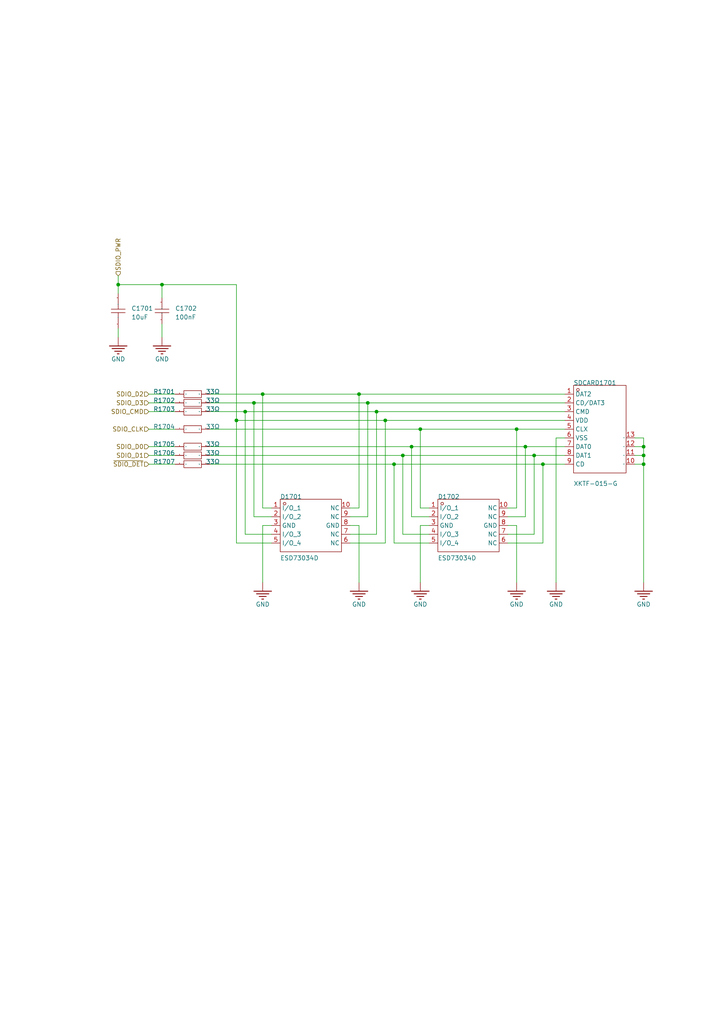
<source format=kicad_sch>
(kicad_sch (version 20250114) (generator "eeschema") (generator_version "9.0")
  (paper "A4" portrait)
  (lib_symbols
    (symbol "mainboard:0402B104K250NT"
      (property "Reference" "C" (at 0 0 0))
      (symbol "0402B104K250NT_1_0"
        (polyline (pts (xy -1.27 0) (xy -0.508 0)))
        (polyline (pts (xy -0.508 2.032) (xy -0.508 -2.032)))
        (polyline (pts (xy 0.508 2.032) (xy 0.508 -2.032)))
        (polyline (pts (xy 0.508 0) (xy 1.27 0)))
        (pin input line (at -3.81 0 0) (length 2.54) (name "1") (number "1"))
        (pin input line (at 3.81 0 180) (length 2.54) (name "2") (number "2"))
      )
    )
    (symbol "mainboard:CL10A106MA8NRNC"
      (property "Reference" "C" (at 0 0 0))
      (symbol "CL10A106MA8NRNC_1_0"
        (polyline (pts (xy -0.508 0) (xy -2.54 0)))
        (polyline (pts (xy -0.508 -2.032) (xy -0.508 2.032)))
        (polyline (pts (xy 0.508 2.032) (xy 0.508 -2.032)))
        (polyline (pts (xy 2.54 0) (xy 0.508 0)))
        (pin input line (at -5.08 0 0) (length 2.54) (name "1") (number "1"))
        (pin input line (at 5.08 0 180) (length 2.54) (name "2") (number "2"))
      )
    )
    (symbol "mainboard:ESD73034D"
      (property "Reference" "D" (at 0 0 0))
      (symbol "ESD73034D_1_0"
        (rectangle (start -8.89 -7.62) (end 8.89 7.62))
        (circle (center -7.62 6.35) (radius 0.381))
        (pin unspecified line (at -11.43 5.08 0) (length 2.54) (name "I/O_1") (number "1"))
        (pin unspecified line (at -11.43 2.54 0) (length 2.54) (name "I/O_2") (number "2"))
        (pin unspecified line (at -11.43 0 0) (length 2.54) (name "GND") (number "3"))
        (pin unspecified line (at -11.43 -2.54 0) (length 2.54) (name "I/O_3") (number "4"))
        (pin unspecified line (at -11.43 -5.08 0) (length 2.54) (name "I/O_4") (number "5"))
        (pin unspecified line (at 11.43 5.08 180) (length 2.54) (name "NC") (number "10"))
        (pin unspecified line (at 11.43 2.54 180) (length 2.54) (name "NC") (number "9"))
        (pin unspecified line (at 11.43 0 180) (length 2.54) (name "GND") (number "8"))
        (pin unspecified line (at 11.43 -2.54 180) (length 2.54) (name "NC") (number "7"))
        (pin unspecified line (at 11.43 -5.08 180) (length 2.54) (name "NC") (number "6"))
      )
    )
    (symbol "mainboard:Ground-GND" (power) (pin_numbers (hide yes)) (pin_names (hide yes))
      (property "Value" "GND" (at 0 -6.35 0))
      (symbol "Ground-GND_1_0"
        (polyline (pts (xy -2.54 -2.54) (xy 2.54 -2.54)) (stroke (width 0.254)))
        (polyline (pts (xy -1.778 -3.302) (xy 1.778 -3.302)) (stroke (width 0.254)))
        (polyline (pts (xy -1.016 -4.064) (xy 1.016 -4.064)) (stroke (width 0.254)))
        (polyline (pts (xy -0.254 -4.826) (xy 0.254 -4.826)) (stroke (width 0.254)))
        (pin power_in line (at 0 0 270) (length 2.54) (name "") (number "1"))
      )
    )
    (symbol "mainboard:RC0402FR-0733RL"
      (property "Reference" "R" (at 0 0 0))
      (symbol "RC0402FR-0733RL_1_0"
        (rectangle (start -2.54 -1.016) (end 2.54 1.016))
        (pin input line (at -5.08 0 0) (length 2.54) (name "1") (number "1"))
        (pin input line (at 5.08 0 180) (length 2.54) (name "2") (number "2"))
      )
    )
    (symbol "mainboard:XKTF-015-G"
      (symbol "XKTF-015-G_1_0"
        (rectangle (start -11.43 10.16) (end 3.81 -15.24))
        (circle (center -10.16 8.89) (radius 0.381))
        (pin unspecified line (at -13.97 7.62 0) (length 2.54) (name "DAT2") (number "1"))
        (pin unspecified line (at -13.97 5.08 0) (length 2.54) (name "CD/DAT3") (number "2"))
        (pin unspecified line (at -13.97 2.54 0) (length 2.54) (name "CMD") (number "3"))
        (pin unspecified line (at -13.97 0 0) (length 2.54) (name "VDD") (number "4"))
        (pin unspecified line (at -13.97 -2.54 0) (length 2.54) (name "CLX") (number "5"))
        (pin unspecified line (at -13.97 -5.08 0) (length 2.54) (name "VSS") (number "6"))
        (pin unspecified line (at -13.9446 -7.62 0) (length 2.54) (name "DAT0") (number "7"))
        (pin unspecified line (at -13.9446 -10.16 0) (length 2.54) (name "DAT1") (number "8"))
        (pin unspecified line (at -13.9446 -12.7 0) (length 2.54) (name "CD") (number "9"))
        (pin unspecified line (at 6.35 -5.0546 180) (length 2.54) (name "EP") (number "13"))
        (pin unspecified line (at 6.35 -7.5946 180) (length 2.54) (name "EP") (number "12"))
        (pin unspecified line (at 6.35 -10.1346 180) (length 2.54) (name "EP") (number "11"))
        (pin unspecified line (at 6.35 -12.6746 180) (length 2.54) (name "EP") (number "10"))
      )
    )
  )
  (junction (at 34.29 82.55))
  (junction (at 104.14 114.3))
  (junction (at 46.99 82.55))
  (junction (at 119.38 129.54))
  (junction (at 149.86 124.46))
  (junction (at 68.58 121.92))
  (junction (at 71.12 119.38))
  (junction (at 186.69 132.08))
  (junction (at 152.4 129.54))
  (junction (at 109.22 119.38))
  (junction (at 106.68 116.84))
  (junction (at 121.92 124.46))
  (junction (at 76.2 114.3))
  (junction (at 186.69 134.62))
  (junction (at 73.66 116.84))
  (junction (at 114.3 134.62))
  (junction (at 157.48 134.62))
  (junction (at 154.94 132.08))
  (junction (at 111.76 121.92))
  (junction (at 186.69 129.54))
  (junction (at 116.84 132.08))
  (wire (pts (xy 106.68 149.86) (xy 101.6 149.86)))
  (wire (pts (xy 163.83 124.46) (xy 149.86 124.46)))
  (wire (pts (xy 104.14 152.4) (xy 104.14 168.91)))
  (wire (pts (xy 104.14 114.3) (xy 76.2 114.3)))
  (wire (pts (xy 104.14 114.3) (xy 104.14 147.32)))
  (wire (pts (xy 124.46 152.4) (xy 121.92 152.4)))
  (wire (pts (xy 186.69 134.62) (xy 186.69 168.91)))
  (wire (pts (xy 161.29 127) (xy 161.29 168.91)))
  (wire (pts (xy 71.12 154.94) (xy 78.74 154.94)))
  (wire (pts (xy 157.48 157.48) (xy 157.48 134.62)))
  (wire (pts (xy 149.86 152.4) (xy 149.86 168.91)))
  (wire (pts (xy 147.32 149.86) (xy 152.4 149.86)))
  (wire (pts (xy 119.38 149.86) (xy 119.38 129.54)))
  (wire (pts (xy 163.83 119.38) (xy 109.22 119.38)))
  (wire (pts (xy 109.22 119.38) (xy 109.22 154.94)))
  (wire (pts (xy 68.58 157.48) (xy 78.74 157.48)))
  (wire (pts (xy 34.29 97.79) (xy 34.29 95.25)))
  (wire (pts (xy 60.96 116.84) (xy 73.66 116.84)))
  (wire (pts (xy 60.96 129.54) (xy 119.38 129.54)))
  (wire (pts (xy 114.3 157.48) (xy 114.3 134.62)))
  (wire (pts (xy 76.2 147.32) (xy 78.74 147.32)))
  (wire (pts (xy 124.46 147.32) (xy 121.92 147.32)))
  (wire (pts (xy 116.84 154.94) (xy 116.84 132.08)))
  (wire (pts (xy 186.69 129.54) (xy 186.69 127)))
  (wire (pts (xy 43.18 132.08) (xy 50.8 132.08)))
  (wire (pts (xy 147.32 154.94) (xy 154.94 154.94)))
  (wire (pts (xy 106.68 116.84) (xy 106.68 149.86)))
  (wire (pts (xy 109.22 154.94) (xy 101.6 154.94)))
  (wire (pts (xy 34.29 82.55) (xy 34.29 80.01)))
  (wire (pts (xy 76.2 114.3) (xy 76.2 147.32)))
  (wire (pts (xy 60.96 119.38) (xy 71.12 119.38)))
  (wire (pts (xy 71.12 119.38) (xy 71.12 154.94)))
  (wire (pts (xy 124.46 154.94) (xy 116.84 154.94)))
  (wire (pts (xy 186.69 129.54) (xy 186.69 132.08)))
  (wire (pts (xy 157.48 134.62) (xy 114.3 134.62)))
  (wire (pts (xy 121.92 124.46) (xy 149.86 124.46)))
  (wire (pts (xy 101.6 152.4) (xy 104.14 152.4)))
  (wire (pts (xy 46.99 97.79) (xy 46.99 93.98)))
  (wire (pts (xy 163.83 116.84) (xy 106.68 116.84)))
  (wire (pts (xy 184.15 127) (xy 186.69 127)))
  (wire (pts (xy 43.18 129.54) (xy 50.8 129.54)))
  (wire (pts (xy 76.2 152.4) (xy 76.2 168.91)))
  (wire (pts (xy 147.32 152.4) (xy 149.86 152.4)))
  (wire (pts (xy 163.83 121.92) (xy 111.76 121.92)))
  (wire (pts (xy 73.66 149.86) (xy 78.74 149.86)))
  (wire (pts (xy 46.99 82.55) (xy 46.99 86.36)))
  (wire (pts (xy 152.4 149.86) (xy 152.4 129.54)))
  (wire (pts (xy 34.29 82.55) (xy 34.29 85.09)))
  (wire (pts (xy 111.76 121.92) (xy 111.76 157.48)))
  (wire (pts (xy 60.96 134.62) (xy 114.3 134.62)))
  (wire (pts (xy 43.18 124.46) (xy 50.8 124.46)))
  (wire (pts (xy 124.46 149.86) (xy 119.38 149.86)))
  (wire (pts (xy 46.99 82.55) (xy 68.58 82.55)))
  (wire (pts (xy 43.18 119.38) (xy 50.8 119.38)))
  (wire (pts (xy 111.76 121.92) (xy 68.58 121.92)))
  (wire (pts (xy 147.32 157.48) (xy 157.48 157.48)))
  (wire (pts (xy 73.66 116.84) (xy 73.66 149.86)))
  (wire (pts (xy 60.96 132.08) (xy 116.84 132.08)))
  (wire (pts (xy 119.38 129.54) (xy 152.4 129.54)))
  (wire (pts (xy 43.18 116.84) (xy 50.8 116.84)))
  (wire (pts (xy 149.86 147.32) (xy 149.86 124.46)))
  (wire (pts (xy 184.15 134.62) (xy 186.69 134.62)))
  (wire (pts (xy 121.92 147.32) (xy 121.92 124.46)))
  (wire (pts (xy 68.58 82.55) (xy 68.58 121.92)))
  (wire (pts (xy 157.48 134.62) (xy 163.83 134.62)))
  (wire (pts (xy 116.84 132.08) (xy 154.94 132.08)))
  (wire (pts (xy 104.14 147.32) (xy 101.6 147.32)))
  (wire (pts (xy 163.83 129.54) (xy 152.4 129.54)))
  (wire (pts (xy 147.32 147.32) (xy 149.86 147.32)))
  (wire (pts (xy 163.83 132.08) (xy 154.94 132.08)))
  (wire (pts (xy 124.46 157.48) (xy 114.3 157.48)))
  (wire (pts (xy 121.92 152.4) (xy 121.92 168.91)))
  (wire (pts (xy 60.96 114.3) (xy 76.2 114.3)))
  (wire (pts (xy 60.96 124.46) (xy 121.92 124.46)))
  (wire (pts (xy 186.69 129.54) (xy 184.15 129.54)))
  (wire (pts (xy 106.68 116.84) (xy 73.66 116.84)))
  (wire (pts (xy 78.74 152.4) (xy 76.2 152.4)))
  (wire (pts (xy 163.83 114.3) (xy 104.14 114.3)))
  (wire (pts (xy 186.69 132.08) (xy 186.69 134.62)))
  (wire (pts (xy 163.83 127) (xy 161.29 127)))
  (wire (pts (xy 184.15 132.08) (xy 186.69 132.08)))
  (wire (pts (xy 43.18 134.62) (xy 50.8 134.62)))
  (wire (pts (xy 68.58 121.92) (xy 68.58 157.48)))
  (wire (pts (xy 43.18 114.3) (xy 50.8 114.3)))
  (wire (pts (xy 109.22 119.38) (xy 71.12 119.38)))
  (wire (pts (xy 46.99 82.55) (xy 34.29 82.55)))
  (wire (pts (xy 154.94 154.94) (xy 154.94 132.08)))
  (wire (pts (xy 111.76 157.48) (xy 101.6 157.48)))
  (hierarchical_label "SDIO_PWR" (shape input) (at 34.29 80.01 90))
  (hierarchical_label "~{SDIO_DET}" (shape input) (at 43.18 134.62 180))
  (hierarchical_label "SDIO_D3" (shape input) (at 43.18 116.84 180))
  (hierarchical_label "SDIO_CMD" (shape input) (at 43.18 119.38 180))
  (hierarchical_label "SDIO_D1" (shape input) (at 43.18 132.08 180))
  (hierarchical_label "SDIO_CLK" (shape input) (at 43.18 124.46 180))
  (hierarchical_label "SDIO_D2" (shape input) (at 43.18 114.3 180))
  (hierarchical_label "SDIO_D0" (shape input) (at 43.18 129.54 180))
  (symbol (lib_id "mainboard:Ground-GND") (at 161.29 168.91 0) (unit 1)
    (property "Reference" "#PWR01708" (effects (hide yes)))
    (property "Value" "GND" (at 161.29 175.26 0))
    (property "Footprint" "mainboard:" (effects (hide yes)))
  )
  (symbol (lib_id "mainboard:ESD73034D") (at 135.89 152.4 0) (unit 1)
    (property "Reference" "D1702" (at 127 144.78 0) (effects (justify left bottom)))
    (property "Value" "ESD73034D" (at 127 162.56 0) (effects (justify left bottom)))
    (property "Footprint" "mainboard:DFN-10_L2.5-W1.0-P0.50-BL-2" (effects (hide yes)))
    (property "Datasheet" "https://atta.szlcsc.com/upload/public/pdf/source/20230621/0470D2674DE9F15BF57259AF0534F99C.pdf" (effects (hide yes)))
    (property "Description" "polarity:Bidirectional Reverse Stand-Off Voltage (Vrwm):3.3V Maximum Clamping Voltage:18V Peak Pulse Current (Ipp):3A Peak Pulse Power Dissipation (Ppp):60W Breakdown Voltage:6V Reverse Leakage Current (Ir):200nA Number of Lines:Four channels Type:ESD" (effects (hide yes)))
    (property "Manufacturer Part" "ESD73034D" (effects (hide yes)))
    (property "Manufacturer" "TECH PUBLIC(台舟)" (effects (hide yes)))
    (property "Supplier Part" "C7202962" (effects (hide yes)))
    (property "Supplier" "LCSC" (effects (hide yes)))
    (property "LCSC Part Name" "ESD73034D-10/TR" (effects (hide yes)))
  )
  (symbol (lib_id "mainboard:RC0402FR-0733RL") (at 55.88 124.46 0) (unit 1)
    (property "Reference" "R1704" (at 44.45 124.46 0) (effects (justify left bottom)))
    (property "Value" "33Ω" (at 59.69 124.46 0) (effects (justify left bottom)))
    (property "Footprint" "mainboard:R0402" (effects (hide yes)))
    (property "Datasheet" "https://atta.szlcsc.com/upload/public/pdf/source/20181009/C309620_DA5935B6E1D48212CB7A533FE518B3C2.pdf" (effects (hide yes)))
    (property "Description" "Type:Thick Film Resistors Resistance: Tolerance:±1% Tolerance:±1% Power(Watts): Overload Voltage (Max): Temperature Coefficient:±100ppm/°C Temperature Coefficient:±100ppm/°C Operating Temperature Range:-55°C~+155°C Operating Temperature Range:-55°C~+155°C" (effects (hide yes)))
    (property "Manufacturer Part" "RC0402FR-0733RL" (effects (hide yes)))
    (property "Manufacturer" "YAGEO(国巨)" (effects (hide yes)))
    (property "Supplier Part" "C138002" (effects (hide yes)))
    (property "Supplier" "LCSC" (effects (hide yes)))
    (property "LCSC Part Name" "厚膜电阻 33Ω ±1% 62.5mW" (effects (hide yes)))
  )
  (symbol (lib_id "mainboard:Ground-GND") (at 104.14 168.91 0) (unit 1)
    (property "Reference" "#PWR01705" (effects (hide yes)))
    (property "Value" "GND" (at 104.14 175.26 0))
    (property "Footprint" "mainboard:" (effects (hide yes)))
  )
  (symbol (lib_id "mainboard:RC0402FR-0733RL") (at 55.88 132.08 0) (unit 1)
    (property "Reference" "R1706" (at 44.45 132.08 0) (effects (justify left bottom)))
    (property "Value" "33Ω" (at 59.69 132.08 0) (effects (justify left bottom)))
    (property "Footprint" "mainboard:R0402" (effects (hide yes)))
    (property "Datasheet" "https://atta.szlcsc.com/upload/public/pdf/source/20181009/C309620_DA5935B6E1D48212CB7A533FE518B3C2.pdf" (effects (hide yes)))
    (property "Description" "Type:Thick Film Resistors Resistance: Tolerance:±1% Tolerance:±1% Power(Watts): Overload Voltage (Max): Temperature Coefficient:±100ppm/°C Temperature Coefficient:±100ppm/°C Operating Temperature Range:-55°C~+155°C Operating Temperature Range:-55°C~+155°C" (effects (hide yes)))
    (property "Manufacturer Part" "RC0402FR-0733RL" (effects (hide yes)))
    (property "Manufacturer" "YAGEO(国巨)" (effects (hide yes)))
    (property "Supplier Part" "C138002" (effects (hide yes)))
    (property "Supplier" "LCSC" (effects (hide yes)))
    (property "LCSC Part Name" "厚膜电阻 33Ω ±1% 62.5mW" (effects (hide yes)))
  )
  (symbol (lib_id "mainboard:CL10A106MA8NRNC") (at 34.29 90.17 90) (unit 1)
    (property "Reference" "C1701" (at 38.1 90.17 90) (effects (justify right top)))
    (property "Value" "10uF" (at 38.1 92.71 90) (effects (justify right top)))
    (property "Footprint" "mainboard:C0603" (effects (hide yes)))
    (property "Datasheet" "https://atta.szlcsc.com/upload/public/pdf/source/20160218/1457707763339.pdf" (effects (hide yes)))
    (property "Description" "Capacitance: Tolerance:±20% Tolerance:±20% Voltage Rated: Temperature Coefficient:" (effects (hide yes)))
    (property "Manufacturer Part" "CL10A106MA8NRNC" (effects (hide yes)))
    (property "Manufacturer" "SAMSUNG(三星)" (effects (hide yes)))
    (property "Supplier Part" "C96446" (effects (hide yes)))
    (property "Supplier" "LCSC" (effects (hide yes)))
    (property "LCSC Part Name" "10uF ±20% 25V" (effects (hide yes)))
  )
  (symbol (lib_id "mainboard:RC0402FR-0733RL") (at 55.88 129.54 0) (unit 1)
    (property "Reference" "R1705" (at 44.45 129.54 0) (effects (justify left bottom)))
    (property "Value" "33Ω" (at 59.69 129.54 0) (effects (justify left bottom)))
    (property "Footprint" "mainboard:R0402" (effects (hide yes)))
    (property "Datasheet" "https://atta.szlcsc.com/upload/public/pdf/source/20181009/C309620_DA5935B6E1D48212CB7A533FE518B3C2.pdf" (effects (hide yes)))
    (property "Description" "Type:Thick Film Resistors Resistance: Tolerance:±1% Tolerance:±1% Power(Watts): Overload Voltage (Max): Temperature Coefficient:±100ppm/°C Temperature Coefficient:±100ppm/°C Operating Temperature Range:-55°C~+155°C Operating Temperature Range:-55°C~+155°C" (effects (hide yes)))
    (property "Manufacturer Part" "RC0402FR-0733RL" (effects (hide yes)))
    (property "Manufacturer" "YAGEO(国巨)" (effects (hide yes)))
    (property "Supplier Part" "C138002" (effects (hide yes)))
    (property "Supplier" "LCSC" (effects (hide yes)))
    (property "LCSC Part Name" "厚膜电阻 33Ω ±1% 62.5mW" (effects (hide yes)))
  )
  (symbol (lib_id "mainboard:Ground-GND") (at 76.2 168.91 0) (unit 1)
    (property "Reference" "#PWR01704" (effects (hide yes)))
    (property "Value" "GND" (at 76.2 175.26 0))
    (property "Footprint" "mainboard:" (effects (hide yes)))
  )
  (symbol (lib_id "mainboard:XKTF-015-G") (at 177.8 121.92 0) (unit 1)
    (property "Reference" "SDCARD1701" (at 166.37 111.76 0) (effects (justify left bottom)))
    (property "Value" "XKTF-015-G" (at 166.37 140.97 0) (effects (justify left bottom)))
    (property "Footprint" "mainboard:TF-SMD_XKTF-015-N" (effects (hide yes)))
    (property "Datasheet" "https://atta.szlcsc.com/upload/public/pdf/source/20211011/66E84C7106D817B4016DBCE6B64BEDA0.pdf" (effects (hide yes)))
    (property "Description" "Card Connection Mode:Self-bouncing Card Type:MicroSD card (TF card) Connector Type:Card Slot Additional Card Detection Pins:- Supplementary Features:- Maximum Body Height:2mm Operating Temperature Range:-25°C~+90°C Operating Temperature Range:-25°C~+90°C" (effects (hide yes)))
    (property "Manufacturer Part" "XKTF-015-G" (effects (hide yes)))
    (property "Manufacturer" "XKB Connection(中国星坤)" (effects (hide yes)))
    (property "Supplier Part" "C1121874" (effects (hide yes)))
    (property "Supplier" "LCSC" (effects (hide yes)))
    (property "LCSC Part Name" "自弹式 MicroSD卡(TF卡) 卡座" (effects (hide yes)))
  )
  (symbol (lib_id "mainboard:Ground-GND") (at 34.29 97.79 0) (unit 1)
    (property "Reference" "#PWR01702" (effects (hide yes)))
    (property "Value" "GND" (at 34.29 104.14 0))
    (property "Footprint" "mainboard:" (effects (hide yes)))
  )
  (symbol (lib_id "mainboard:0402B104K250NT") (at 46.99 90.17 90) (unit 1)
    (property "Reference" "C1702" (at 50.8 90.17 90) (effects (justify right top)))
    (property "Value" "100nF" (at 50.8 92.71 90) (effects (justify right top)))
    (property "Footprint" "mainboard:C0402" (effects (hide yes)))
    (property "Datasheet" "https://atta.szlcsc.com/upload/public/pdf/source/20200305/C486355_26A10D38EF8C2A5C37091D0039909270.pdf" (effects (hide yes)))
    (property "Description" "Capacitance:100nF Tolerance:±10% Tolerance:±10% Voltage Rated: Temperature Coefficient:" (effects (hide yes)))
    (property "Manufacturer Part" "0402B104K250NT" (effects (hide yes)))
    (property "Manufacturer" "FH(风华)" (effects (hide yes)))
    (property "Supplier Part" "C56392" (effects (hide yes)))
    (property "Supplier" "LCSC" (effects (hide yes)))
    (property "LCSC Part Name" "100nF ±10% 25V" (effects (hide yes)))
  )
  (symbol (lib_id "mainboard:Ground-GND") (at 46.99 97.79 0) (unit 1)
    (property "Reference" "#PWR01703" (effects (hide yes)))
    (property "Value" "GND" (at 46.99 104.14 0))
    (property "Footprint" "mainboard:" (effects (hide yes)))
  )
  (symbol (lib_id "mainboard:RC0402FR-0733RL") (at 55.88 114.3 0) (unit 1)
    (property "Reference" "R1701" (at 44.45 114.3 0) (effects (justify left bottom)))
    (property "Value" "33Ω" (at 59.69 114.3 0) (effects (justify left bottom)))
    (property "Footprint" "mainboard:R0402" (effects (hide yes)))
    (property "Datasheet" "https://atta.szlcsc.com/upload/public/pdf/source/20181009/C309620_DA5935B6E1D48212CB7A533FE518B3C2.pdf" (effects (hide yes)))
    (property "Description" "Type:Thick Film Resistors Resistance: Tolerance:±1% Tolerance:±1% Power(Watts): Overload Voltage (Max): Temperature Coefficient:±100ppm/°C Temperature Coefficient:±100ppm/°C Operating Temperature Range:-55°C~+155°C Operating Temperature Range:-55°C~+155°C" (effects (hide yes)))
    (property "Manufacturer Part" "RC0402FR-0733RL" (effects (hide yes)))
    (property "Manufacturer" "YAGEO(国巨)" (effects (hide yes)))
    (property "Supplier Part" "C138002" (effects (hide yes)))
    (property "Supplier" "LCSC" (effects (hide yes)))
    (property "LCSC Part Name" "厚膜电阻 33Ω ±1% 62.5mW" (effects (hide yes)))
  )
  (symbol (lib_id "mainboard:RC0402FR-0733RL") (at 55.88 134.62 0) (unit 1)
    (property "Reference" "R1707" (at 44.45 134.62 0) (effects (justify left bottom)))
    (property "Value" "33Ω" (at 59.69 134.62 0) (effects (justify left bottom)))
    (property "Footprint" "mainboard:R0402" (effects (hide yes)))
    (property "Datasheet" "https://atta.szlcsc.com/upload/public/pdf/source/20181009/C309620_DA5935B6E1D48212CB7A533FE518B3C2.pdf" (effects (hide yes)))
    (property "Description" "Type:Thick Film Resistors Resistance: Tolerance:±1% Tolerance:±1% Power(Watts): Overload Voltage (Max): Temperature Coefficient:±100ppm/°C Temperature Coefficient:±100ppm/°C Operating Temperature Range:-55°C~+155°C Operating Temperature Range:-55°C~+155°C" (effects (hide yes)))
    (property "Manufacturer Part" "RC0402FR-0733RL" (effects (hide yes)))
    (property "Manufacturer" "YAGEO(国巨)" (effects (hide yes)))
    (property "Supplier Part" "C138002" (effects (hide yes)))
    (property "Supplier" "LCSC" (effects (hide yes)))
    (property "LCSC Part Name" "厚膜电阻 33Ω ±1% 62.5mW" (effects (hide yes)))
  )
  (symbol (lib_id "mainboard:ESD73034D") (at 90.17 152.4 0) (unit 1)
    (property "Reference" "D1701" (at 81.28 144.78 0) (effects (justify left bottom)))
    (property "Value" "ESD73034D" (at 81.28 162.56 0) (effects (justify left bottom)))
    (property "Footprint" "mainboard:DFN-10_L2.5-W1.0-P0.50-BL-2" (effects (hide yes)))
    (property "Datasheet" "https://atta.szlcsc.com/upload/public/pdf/source/20230621/0470D2674DE9F15BF57259AF0534F99C.pdf" (effects (hide yes)))
    (property "Description" "polarity:Bidirectional Reverse Stand-Off Voltage (Vrwm):3.3V Maximum Clamping Voltage:18V Peak Pulse Current (Ipp):3A Peak Pulse Power Dissipation (Ppp):60W Breakdown Voltage:6V Reverse Leakage Current (Ir):200nA Number of Lines:Four channels Type:ESD" (effects (hide yes)))
    (property "Manufacturer Part" "ESD73034D" (effects (hide yes)))
    (property "Manufacturer" "TECH PUBLIC(台舟)" (effects (hide yes)))
    (property "Supplier Part" "C7202962" (effects (hide yes)))
    (property "Supplier" "LCSC" (effects (hide yes)))
    (property "LCSC Part Name" "ESD73034D-10/TR" (effects (hide yes)))
  )
  (symbol (lib_id "mainboard:RC0402FR-0733RL") (at 55.88 116.84 0) (unit 1)
    (property "Reference" "R1702" (at 44.45 116.84 0) (effects (justify left bottom)))
    (property "Value" "33Ω" (at 59.69 116.84 0) (effects (justify left bottom)))
    (property "Footprint" "mainboard:R0402" (effects (hide yes)))
    (property "Datasheet" "https://atta.szlcsc.com/upload/public/pdf/source/20181009/C309620_DA5935B6E1D48212CB7A533FE518B3C2.pdf" (effects (hide yes)))
    (property "Description" "Type:Thick Film Resistors Resistance: Tolerance:±1% Tolerance:±1% Power(Watts): Overload Voltage (Max): Temperature Coefficient:±100ppm/°C Temperature Coefficient:±100ppm/°C Operating Temperature Range:-55°C~+155°C Operating Temperature Range:-55°C~+155°C" (effects (hide yes)))
    (property "Manufacturer Part" "RC0402FR-0733RL" (effects (hide yes)))
    (property "Manufacturer" "YAGEO(国巨)" (effects (hide yes)))
    (property "Supplier Part" "C138002" (effects (hide yes)))
    (property "Supplier" "LCSC" (effects (hide yes)))
    (property "LCSC Part Name" "厚膜电阻 33Ω ±1% 62.5mW" (effects (hide yes)))
  )
  (symbol (lib_id "mainboard:RC0402FR-0733RL") (at 55.88 119.38 0) (unit 1)
    (property "Reference" "R1703" (at 44.45 119.38 0) (effects (justify left bottom)))
    (property "Value" "33Ω" (at 59.69 119.38 0) (effects (justify left bottom)))
    (property "Footprint" "mainboard:R0402" (effects (hide yes)))
    (property "Datasheet" "https://atta.szlcsc.com/upload/public/pdf/source/20181009/C309620_DA5935B6E1D48212CB7A533FE518B3C2.pdf" (effects (hide yes)))
    (property "Description" "Type:Thick Film Resistors Resistance: Tolerance:±1% Tolerance:±1% Power(Watts): Overload Voltage (Max): Temperature Coefficient:±100ppm/°C Temperature Coefficient:±100ppm/°C Operating Temperature Range:-55°C~+155°C Operating Temperature Range:-55°C~+155°C" (effects (hide yes)))
    (property "Manufacturer Part" "RC0402FR-0733RL" (effects (hide yes)))
    (property "Manufacturer" "YAGEO(国巨)" (effects (hide yes)))
    (property "Supplier Part" "C138002" (effects (hide yes)))
    (property "Supplier" "LCSC" (effects (hide yes)))
    (property "LCSC Part Name" "厚膜电阻 33Ω ±1% 62.5mW" (effects (hide yes)))
  )
  (symbol (lib_id "mainboard:Ground-GND") (at 149.86 168.91 0) (unit 1)
    (property "Reference" "#PWR01707" (effects (hide yes)))
    (property "Value" "GND" (at 149.86 175.26 0))
    (property "Footprint" "mainboard:" (effects (hide yes)))
  )
  (symbol (lib_id "mainboard:Ground-GND") (at 186.69 168.91 0) (unit 1)
    (property "Reference" "#PWR01709" (effects (hide yes)))
    (property "Value" "GND" (at 186.69 175.26 0))
    (property "Footprint" "mainboard:" (effects (hide yes)))
  )
  (symbol (lib_id "mainboard:Ground-GND") (at 121.92 168.91 0) (unit 1)
    (property "Reference" "#PWR01706" (effects (hide yes)))
    (property "Value" "GND" (at 121.92 175.26 0))
    (property "Footprint" "mainboard:" (effects (hide yes)))
  )
)
</source>
